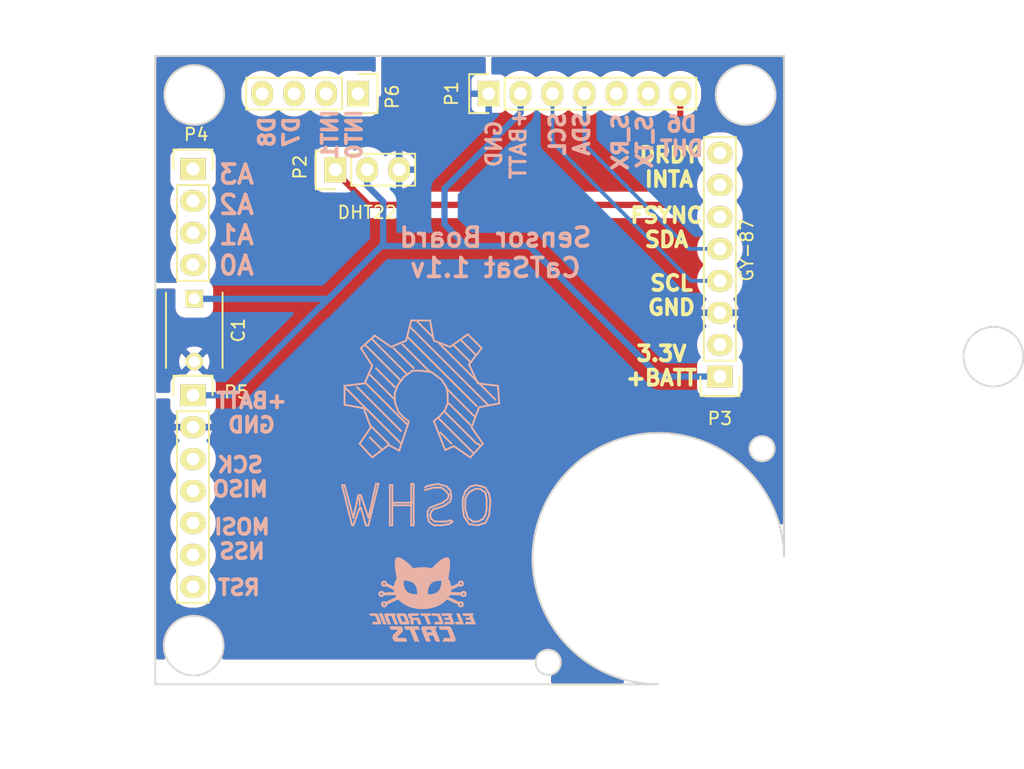
<source format=kicad_pcb>
(kicad_pcb (version 20221018) (generator pcbnew)
  (title_block (title "CatSat") (date "2016-10-16") (rev "0.02") (company "Electronic Cats") (comment 1 "Eduardo Contreras"))
  (layers (0 "F.Cu" signal) (31 "B.Cu" signal) (34 "B.Paste" user) (35 "F.Paste" user) (36 "B.SilkS" user "B.Silkscreen") (37 "F.SilkS" user "F.Silkscreen") (38 "B.Mask" user) (39 "F.Mask" user) (44 "Edge.Cuts" user))
  (net 0 "")
  (net 1 "GND")
  (net 2 "+BATT")
  (net 3 "/SCL")
  (net 4 "/SDA")
  (net 5 "/S_RX")
  (net 6 "/S_TX")
  (net 7 "/DHT/D6")
  (net 8 "Net-(P3-Pad2)")
  (net 9 "/A3")
  (net 10 "/A2")
  (net 11 "/A1")
  (net 12 "/A0")
  (net 13 "/SCK")
  (net 14 "/MISO")
  (net 15 "/MOSI")
  (net 16 "/NSS")
  (net 17 "/RST")
  (net 18 "/INT0")
  (net 19 "/INT1")
  (net 20 "/D7")
  (net 21 "/D8")
  (net 22 "/FSYNC")
  (net 23 "/INTA")
  (net 24 "/DRDY")
  (footprint "Pin_Headers:Pin_Header_Straight_1x04" (layer "F.Cu") (at 88.27 53.75 -90)
    (fp_text reference "P6" (at 0.25 -2.73 270) (layer "F.SilkS"))
    (fp_text value "CONN_01X04")
    (pad "1" thru_hole rect (at 0 0 270) (size 2.032 1.7272) (drill 1.016) (layers "*.Cu" "*.Mask" "F.SilkS") (net 18 "/INT0"))
    (pad "2" thru_hole oval (at 0 2.54 270) (size 2.032 1.7272) (drill 1.016) (layers "*.Cu" "*.Mask" "F.SilkS") (net 19 "/INT1"))
    (pad "3" thru_hole oval (at 0 5.08 270) (size 2.032 1.7272) (drill 1.016) (layers "*.Cu" "*.Mask" "F.SilkS") (net 20 "/D7"))
    (pad "4" thru_hole oval (at 0 7.62 270) (size 2.032 1.7272) (drill 1.016) (layers "*.Cu" "*.Mask" "F.SilkS") (net 21 "/D8"))
  )
  (footprint "Pin_Headers:Pin_Header_Straight_1x07" (layer "F.Cu") (at 75.15 77.75)
    (fp_text reference "P5" (at 3.45 -0.25) (layer "F.SilkS"))
    (fp_text value "CONN_01X07")
    (pad "1" thru_hole rect (at 0 0) (size 2.032 1.7272) (drill 1.016) (layers "*.Cu" "*.Mask" "F.SilkS") (net 2 "+BATT"))
    (pad "2" thru_hole oval (at 0 2.54) (size 2.032 1.7272) (drill 1.016) (layers "*.Cu" "*.Mask" "F.SilkS") (net 1 "GND"))
    (pad "3" thru_hole oval (at 0 5.08) (size 2.032 1.7272) (drill 1.016) (layers "*.Cu" "*.Mask" "F.SilkS") (net 13 "/SCK"))
    (pad "4" thru_hole oval (at 0 7.62) (size 2.032 1.7272) (drill 1.016) (layers "*.Cu" "*.Mask" "F.SilkS") (net 14 "/MISO"))
    (pad "5" thru_hole oval (at 0 10.16) (size 2.032 1.7272) (drill 1.016) (layers "*.Cu" "*.Mask" "F.SilkS") (net 15 "/MOSI"))
    (pad "6" thru_hole oval (at 0 12.7) (size 2.032 1.7272) (drill 1.016) (layers "*.Cu" "*.Mask" "F.SilkS") (net 16 "/NSS"))
    (pad "7" thru_hole oval (at 0 15.24) (size 2.032 1.7272) (drill 1.016) (layers "*.Cu" "*.Mask" "F.SilkS") (net 17 "/RST"))
  )
  (footprint "Pin_Headers:Pin_Header_Straight_1x07" (layer "F.Cu") (at 98.66 53.75 90)
    (fp_text reference "P1" (at 0 -2.95 90) (layer "F.SilkS"))
    (fp_text value "CONN_01X07")
    (pad "1" thru_hole rect (at 0 0 90) (size 2.032 1.7272) (drill 1.016) (layers "*.Cu" "*.Mask" "F.SilkS") (net 1 "GND"))
    (pad "2" thru_hole oval (at 0 2.54 90) (size 2.032 1.7272) (drill 1.016) (layers "*.Cu" "*.Mask" "F.SilkS") (net 2 "+BATT"))
    (pad "3" thru_hole oval (at 0 5.08 90) (size 2.032 1.7272) (drill 1.016) (layers "*.Cu" "*.Mask" "F.SilkS") (net 3 "/SCL"))
    (pad "4" thru_hole oval (at 0 7.62 90) (size 2.032 1.7272) (drill 1.016) (layers "*.Cu" "*.Mask" "F.SilkS") (net 4 "/SDA"))
    (pad "5" thru_hole oval (at 0 10.16 90) (size 2.032 1.7272) (drill 1.016) (layers "*.Cu" "*.Mask" "F.SilkS") (net 5 "/S_RX"))
    (pad "6" thru_hole oval (at 0 12.7 90) (size 2.032 1.7272) (drill 1.016) (layers "*.Cu" "*.Mask" "F.SilkS") (net 6 "/S_TX"))
    (pad "7" thru_hole oval (at 0 15.24 90) (size 2.032 1.7272) (drill 1.016) (layers "*.Cu" "*.Mask" "F.SilkS") (net 7 "/DHT/D6"))
  )
  (footprint "Pin_Headers:Pin_Header_Straight_1x03" (layer "F.Cu") (at 86.46 59.8 90)
    (fp_text reference "P2" (at 0.2 -2.8 90) (layer "F.SilkS"))
    (fp_text value "DHT22" (at -3.4 2.54 180) (layer "F.SilkS"))
    (pad "1" thru_hole rect (at 0 0 90) (size 2.032 1.7272) (drill 1.016) (layers "*.Cu" "*.Mask" "F.SilkS") (net 7 "/DHT/D6"))
    (pad "2" thru_hole oval (at 0 2.54 90) (size 2.032 1.7272) (drill 1.016) (layers "*.Cu" "*.Mask" "F.SilkS") (net 2 "+BATT"))
    (pad "3" thru_hole oval (at 0 5.08 90) (size 2.032 1.7272) (drill 1.016) (layers "*.Cu" "*.Mask" "F.SilkS") (net 1 "GND"))
  )
  (footprint "Pin_Headers:Pin_Header_Straight_1x08" (layer "F.Cu") (at 117.05 76.26 180)
    (fp_text reference "P3" (at 0 -3.34 180) (layer "F.SilkS"))
    (fp_text value "GY-87" (at -2.15 10.06 270) (layer "F.SilkS"))
    (pad "1" thru_hole rect (at 0 0 180) (size 2.032 1.7272) (drill 1.016) (layers "*.Cu" "*.Mask" "F.SilkS") (net 2 "+BATT"))
    (pad "2" thru_hole oval (at 0 2.54 180) (size 2.032 1.7272) (drill 1.016) (layers "*.Cu" "*.Mask" "F.SilkS") (net 8 "Net-(P3-Pad2)"))
    (pad "3" thru_hole oval (at 0 5.08 180) (size 2.032 1.7272) (drill 1.016) (layers "*.Cu" "*.Mask" "F.SilkS") (net 1 "GND"))
    (pad "4" thru_hole oval (at 0 7.62 180) (size 2.032 1.7272) (drill 1.016) (layers "*.Cu" "*.Mask" "F.SilkS") (net 3 "/SCL"))
    (pad "5" thru_hole oval (at 0 10.16 180) (size 2.032 1.7272) (drill 1.016) (layers "*.Cu" "*.Mask" "F.SilkS") (net 4 "/SDA"))
    (pad "6" thru_hole oval (at 0 12.7 180) (size 2.032 1.7272) (drill 1.016) (layers "*.Cu" "*.Mask" "F.SilkS") (net 22 "/FSYNC"))
    (pad "7" thru_hole oval (at 0 15.24 180) (size 2.032 1.7272) (drill 1.016) (layers "*.Cu" "*.Mask" "F.SilkS") (net 23 "/INTA"))
    (pad "8" thru_hole oval (at 0 17.78 180) (size 2.032 1.7272) (drill 1.016) (layers "*.Cu" "*.Mask" "F.SilkS") (net 24 "/DRDY"))
  )
  (footprint "Pin_Headers:Pin_Header_Straight_1x04" (layer "F.Cu") (at 75.15 59.75)
    (fp_text reference "P4" (at 0.25 -2.75) (layer "F.SilkS"))
    (fp_text value "CONN_01X04")
    (pad "1" thru_hole rect (at 0 0) (size 2.032 1.7272) (drill 1.016) (layers "*.Cu" "*.Mask" "F.SilkS") (net 9 "/A3"))
    (pad "2" thru_hole oval (at 0 2.54) (size 2.032 1.7272) (drill 1.016) (layers "*.Cu" "*.Mask" "F.SilkS") (net 10 "/A2"))
    (pad "3" thru_hole oval (at 0 5.08) (size 2.032 1.7272) (drill 1.016) (layers "*.Cu" "*.Mask" "F.SilkS") (net 11 "/A1"))
    (pad "4" thru_hole oval (at 0 7.62) (size 2.032 1.7272) (drill 1.016) (layers "*.Cu" "*.Mask" "F.SilkS") (net 12 "/A0"))
  )
  (footprint "Capacitors_ThroughHole:C_Disc_D6_P5" (layer "F.Cu") (at 75.25 70.075 -90)
    (fp_text reference "C1" (at 2.5 -3.5 270) (layer "F.SilkS"))
    (fp_text value "0.1uF")
    (pad "1" thru_hole rect (at 0 0 270) (size 1.4 1.4) (drill 0.9) (layers "*.Cu" "*.Mask" "F.SilkS") (net 2 "+BATT"))
    (pad "2" thru_hole circle (at 5 0 270) (size 1.4 1.4) (drill 0.9) (layers "*.Cu" "*.Mask" "F.SilkS") (net 1 "GND"))
  )
  (footprint "theinventorhouse:electronic_cats_logo_8x6" (layer "B.Cu") (at 93.4 94 180)
    (fp_text reference "G***" hide)
    (fp_text value "LOGO" hide)
  )
  (footprint "Symbols:Symbol_OSHW-Logo_SilkScreen_BIG" (layer "B.Cu") (at 93.2 58.6 180)
    (fp_text reference "REF**")
    (fp_text value "Symbol_OSHW-Logo_SilkScreen_BIG")
  )
  (gr_arc (start 112.15 100.75) (mid 105.078932 97.821068) (end 102.15 90.75) (stroke (width 0.15)) (layer "Edge.Cuts"))
  (gr_arc (start 102.15 90.75) (mid 112.050015 80.7505) (end 122.148001 90.55004) (stroke (width 0.15)) (layer "Edge.Cuts"))
  (gr_circle (center 103.4 99) (end 104.4 99) (stroke (width 0.15)) (fill none) (layer "Edge.Cuts"))
  (gr_circle (center 120.4 82) (end 121.4 82) (stroke (width 0.15)) (fill none) (layer "Edge.Cuts"))
  (gr_circle (center 119.1 53.85) (end 121.475 53.85) (stroke (width 0.15)) (fill none) (layer "Edge.Cuts"))
  (gr_circle (center 75.25 53.85) (end 72.875 53.85) (stroke (width 0.15)) (fill none) (layer "Edge.Cuts"))
  (gr_circle (center 75.2 97.675) (end 77.575 97.675) (stroke (width 0.15)) (fill none) (layer "Edge.Cuts"))
  (gr_circle (center 138.8 74.675) (end 141.175 74.675) (stroke (width 0.15)) (fill none) (layer "Edge.Cuts"))
  (gr_line (start 72.15 100.75) (end 72.15 50.75) (stroke (width 0.15)) (layer "Edge.Cuts"))
  (gr_line (start 72.15 50.75) (end 122.15 50.75) (stroke (width 0.15)) (layer "Edge.Cuts"))
  (gr_line (start 112.15 100.75) (end 72.15 100.75) (stroke (width 0.15)) (layer "Edge.Cuts"))
  (gr_line (start 122.15 50.75) (end 122.15 90.55) (stroke (width 0.15)) (layer "Edge.Cuts"))
  (gr_text "MOSI\nNSS" (at 79.05 89.2) (layer "B.SilkS") (effects (font (size 1.2 1.2) (thickness 0.3)) (justify mirror)))
  (gr_text "Sensor Board\nCaTSat 1.1v" (at 99.2 66.4) (layer "B.SilkS") (effects (font (size 1.5 1.5) (thickness 0.3)) (justify mirror)))
  (gr_text "SCL\nSDA" (at 105.1 56.95 90) (layer "B.SilkS") (effects (font (size 1.2 1.2) (thickness 0.3)) (justify mirror)))
  (gr_text "D6\nDHT" (at 114 57.15) (layer "B.SilkS") (effects (font (size 1.2 1.2) (thickness 0.3)) (justify mirror)))
  (gr_text "RST" (at 78.8 93.05) (layer "B.SilkS") (effects (font (size 1.2 1.2) (thickness 0.3)) (justify mirror)))
  (gr_text "SCK\nMISO\n" (at 78.9 84.25) (layer "B.SilkS") (effects (font (size 1.2 1.2) (thickness 0.3)) (justify mirror)))
  (gr_text "+BATT\nGND" (at 79.8 79.15) (layer "B.SilkS") (effects (font (size 1.2 1.2) (thickness 0.3)) (justify mirror)))
  (gr_text "A3\nA2\nA1\nA0" (at 78.6 63.8) (layer "B.SilkS") (effects (font (size 1.5 1.5) (thickness 0.3)) (justify mirror)))
  (gr_text "S_RX\nS_TX" (at 110.1 57.6 90) (layer "B.SilkS") (effects (font (size 1.2 1.2) (thickness 0.3)) (justify mirror)))
  (gr_text "GND\n+BATT" (at 100.05 57.75 90) (layer "B.SilkS") (effects (font (size 1.2 1.2) (thickness 0.25)) (justify mirror)))
  (gr_text "INT1\nINT0" (at 87 57 90) (layer "B.SilkS") (effects (font (size 1.2 1.2) (thickness 0.3)) (justify mirror)))
  (gr_text "D8\nD7" (at 82 56.8 90) (layer "B.SilkS") (effects (font (size 1.2 1.2) (thickness 0.3)) (justify mirror)))
  (gr_text "DRDY\nINTA" (at 113 59.6) (layer "F.SilkS") (effects (font (size 1.2 1.2) (thickness 0.3))))
  (gr_text "SCL\nGND\n" (at 113.2 69.8) (layer "F.SilkS") (effects (font (size 1.2 1.2) (thickness 0.3))))
  (gr_text "FSYNC\nSDA" (at 112.8 64.4) (layer "F.SilkS") (effects (font (size 1.2 1.2) (thickness 0.3))))
  (gr_text "3.3V\n+BATT" (at 112.4 75.4) (layer "F.SilkS") (effects (font (size 1.2 1.2) (thickness 0.3))))
  (segment (start 89 59.8) (end 89 61.066) (width 0.5) (layer "B.Cu") (net 2))
  (segment (start 90.275 65.875) (end 90.275 62.341) (width 0.5) (layer "B.Cu") (net 2))
  (segment (start 90.275 65.875) (end 90.125 65.875) (width 0.5) (layer "B.Cu") (net 2))
  (segment (start 101.2 55.266) (end 95.15 61.316) (width 0.5) (layer "B.Cu") (net 2))
  (segment (start 85.25 70.75) (end 85.2 70.75) (width 0.5) (layer "B.Cu") (net 2))
  (segment (start 101.95 65.875) (end 101.95 65.95) (width 0.5) (layer "B.Cu") (net 2))
  (segment (start 112.26 76.26) (end 117.05 76.26) (width 0.5) (layer "B.Cu") (net 2))
  (segment (start 101.95 65.875) (end 90.275 65.875) (width 0.5) (layer "B.Cu") (net 2))
  (segment (start 90.2 62.266) (end 90.2 65.8) (width 0.25) (layer "B.Cu") (net 2))
  (segment (start 85.925 70.075) (end 86.2 69.8) (width 0.5) (layer "B.Cu") (net 2))
  (segment (start 89 61.066) (end 90.2 62.266) (width 0.25) (layer "B.Cu") (net 2))
  (segment (start 95.15 64.15) (end 96.8 65.8) (width 0.5) (layer "B.Cu") (net 2))
  (segment (start 101.2 53.75) (end 101.2 55.266) (width 0.5) (layer "B.Cu") (net 2))
  (segment (start 90.275 62.341) (end 89 61.066) (width 0.5) (layer "B.Cu") (net 2))
  (segment (start 90.2 65.8) (end 96.8 65.8) (width 0.25) (layer "B.Cu") (net 2))
  (segment (start 101.95 65.95) (end 112.26 76.26) (width 0.5) (layer "B.Cu") (net 2))
  (segment (start 85.2 70.75) (end 78.2 77.75) (width 0.5) (layer "B.Cu") (net 2))
  (segment (start 75.25 70.075) (end 85.925 70.075) (width 0.5) (layer "B.Cu") (net 2))
  (segment (start 90.125 65.875) (end 85.25 70.75) (width 0.5) (layer "B.Cu") (net 2))
  (segment (start 78.2 77.75) (end 75.15 77.75) (width 0.5) (layer "B.Cu") (net 2))
  (segment (start 96.8 65.8) (end 101.8 65.8) (width 0.25) (layer "B.Cu") (net 2))
  (segment (start 86.2 69.8) (end 90.2 65.8) (width 0.25) (layer "B.Cu") (net 2))
  (segment (start 95.15 61.316) (end 95.15 64.15) (width 0.5) (layer "B.Cu") (net 2))
  (segment (start 90.275 65.875) (end 90.2 65.8) (width 0.5) (layer "B.Cu") (net 2))
  (segment (start 85.25 70.75) (end 86.2 69.8) (width 0.25) (layer "B.Cu") (net 2))
  (segment (start 116 68.64) (end 115.64 68.64) (width 0.3) (layer "B.Cu") (net 3))
  (segment (start 117.2024 68.64) (end 117.05 68.64) (width 0.25) (layer "B.Cu") (net 3))
  (segment (start 103.74 53.75) (end 103.74 57.64) (width 0.3) (layer "B.Cu") (net 3))
  (segment (start 103.74 57.64) (end 114.74 68.64) (width 0.3) (layer "B.Cu") (net 3))
  (segment (start 114.74 68.64) (end 116 68.64) (width 0.3) (layer "B.Cu") (net 3))
  (segment (start 117.05 68.64) (end 116 68.64) (width 0.3) (layer "B.Cu") (net 3))
  (segment (start 106.28 57.78) (end 106.28 53.75) (width 0.3) (layer "B.Cu") (net 4))
  (segment (start 117.2024 66.1) (end 117.05 66.1) (width 0.25) (layer "B.Cu") (net 4))
  (segment (start 117.05 66.1) (end 114.6 66.1) (width 0.3) (layer "B.Cu") (net 4))
  (segment (start 114.6 66.1) (end 106.28 57.78) (width 0.3) (layer "B.Cu") (net 4))
  (segment (start 113.9 53.75) (end 113.9 61.8) (width 0.5) (layer "F.Cu") (net 7))
  (segment (start 113.9 61.8) (end 113.1 62.6) (width 0.5) (layer "F.Cu") (net 7))
  (segment (start 113.1 62.6) (end 89.1076 62.6) (width 0.5) (layer "F.Cu") (net 7))
  (segment (start 86.46 59.8) (end 86.46 59.9524) (width 0.3) (layer "F.Cu") (net 7))
  (segment (start 89.1076 62.6) (end 86.46 59.9524) (width 0.5) (layer "F.Cu") (net 7))
  (segment (start 116.8976 73.72) (end 117.05 73.72) (width 0.25) (layer "F.Cu") (net 8))
  (zone (net 1) (net_name "GND") (layer "F.Cu") (connect_pads (clearance 0.8)) (min_thickness 0.254) (fill yes (thermal_gap 0.508) (thermal_bridge_width 0.508))
    (polygon (pts (xy 72.2 50.8) (xy 122.2 50.8) (xy 122.4 100.8) (xy 72 100.8)))
  )
  (zone (net 1) (net_name "GND") (layer "B.Cu") (connect_pads (clearance 0.8)) (min_thickness 0.254) (fill yes (thermal_gap 0.508) (thermal_bridge_width 0.508))
    (polygon (pts (xy 72.2 50.8) (xy 122.2 50.8) (xy 122.4 100.8) (xy 72.2 100.6)))
  )
)
</source>
